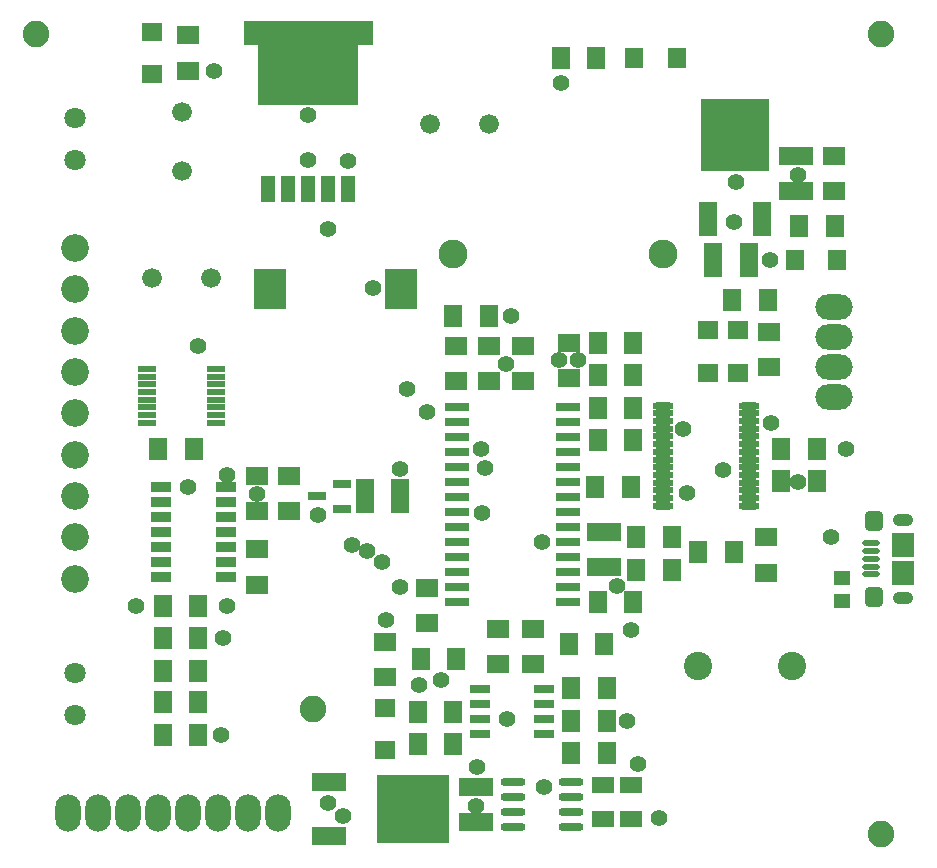
<source format=gts>
G04*
G04 #@! TF.GenerationSoftware,Altium Limited,Altium Designer,21.1.1 (26)*
G04*
G04 Layer_Color=8388736*
%FSLAX25Y25*%
%MOIN*%
G70*
G04*
G04 #@! TF.SameCoordinates,48ED7441-6B8D-405F-B593-7732F9BA20C5*
G04*
G04*
G04 #@! TF.FilePolarity,Negative*
G04*
G01*
G75*
%ADD17R,0.05906X0.02953*%
%ADD18R,0.05512X0.04528*%
%ADD19R,0.06299X0.11811*%
%ADD20R,0.22835X0.24410*%
%ADD21R,0.06102X0.11221*%
%ADD22R,0.06496X0.06890*%
%ADD23R,0.07677X0.06102*%
%ADD24R,0.06102X0.07677*%
%ADD25R,0.11221X0.06102*%
%ADD26O,0.05906X0.02165*%
%ADD27R,0.07677X0.08071*%
G04:AMPARAMS|DCode=28|XSize=68.9mil|YSize=61.02mil|CornerRadius=16.73mil|HoleSize=0mil|Usage=FLASHONLY|Rotation=270.000|XOffset=0mil|YOffset=0mil|HoleType=Round|Shape=RoundedRectangle|*
%AMROUNDEDRECTD28*
21,1,0.06890,0.02756,0,0,270.0*
21,1,0.03543,0.06102,0,0,270.0*
1,1,0.03347,-0.01378,-0.01772*
1,1,0.03347,-0.01378,0.01772*
1,1,0.03347,0.01378,0.01772*
1,1,0.03347,0.01378,-0.01772*
%
%ADD28ROUNDEDRECTD28*%
%ADD29R,0.04606X0.09095*%
%ADD30R,0.33386X0.28110*%
%ADD31R,0.05453X0.08110*%
%ADD32R,0.07874X0.03150*%
%ADD33R,0.07677X0.05709*%
%ADD34R,0.24410X0.22835*%
%ADD35R,0.11811X0.06299*%
%ADD36O,0.08386X0.02677*%
%ADD37R,0.06890X0.06496*%
%ADD38O,0.07087X0.02362*%
%ADD39R,0.06594X0.03150*%
%ADD40R,0.10827X0.13189*%
%ADD41R,0.06693X0.03347*%
%ADD42R,0.06398X0.02362*%
%ADD43C,0.08858*%
%ADD44O,0.12402X0.08465*%
%ADD45C,0.07087*%
%ADD46C,0.09449*%
%ADD47O,0.06890X0.04134*%
%ADD48C,0.06591*%
%ADD49C,0.09252*%
%ADD50O,0.08465X0.12402*%
%ADD51C,0.09646*%
%ADD52C,0.05591*%
D17*
X309587Y291575D02*
D03*
Y299843D02*
D03*
X301319Y295709D02*
D03*
D18*
X476378Y268504D02*
D03*
Y260630D02*
D03*
D19*
X449547Y388228D02*
D03*
X431555D02*
D03*
D20*
X440551Y416142D02*
D03*
D21*
X445217Y374449D02*
D03*
X433405D02*
D03*
X317264Y295709D02*
D03*
X329075D02*
D03*
D22*
X474744Y374449D02*
D03*
X460571D02*
D03*
X421201Y441772D02*
D03*
X407028D02*
D03*
D23*
X385177Y335079D02*
D03*
Y346890D02*
D03*
X370079Y345905D02*
D03*
Y334095D02*
D03*
X473563Y409094D02*
D03*
Y397284D02*
D03*
X347776Y334095D02*
D03*
Y345905D02*
D03*
X358602Y334095D02*
D03*
Y345905D02*
D03*
X451122Y281929D02*
D03*
Y270118D02*
D03*
X451909Y338622D02*
D03*
Y350433D02*
D03*
X337933Y265197D02*
D03*
Y253386D02*
D03*
X373366Y251417D02*
D03*
Y239606D02*
D03*
X361555Y251417D02*
D03*
Y239606D02*
D03*
X324016Y235433D02*
D03*
Y247244D02*
D03*
X258209Y449252D02*
D03*
Y437441D02*
D03*
X281437Y290591D02*
D03*
Y302402D02*
D03*
Y266181D02*
D03*
Y277992D02*
D03*
X292067Y290591D02*
D03*
Y302402D02*
D03*
D24*
X456043Y311457D02*
D03*
X467854D02*
D03*
X428484Y277008D02*
D03*
X440295D02*
D03*
X419626Y281929D02*
D03*
X407815D02*
D03*
X394035Y298661D02*
D03*
X405847D02*
D03*
X382618Y441772D02*
D03*
X394429D02*
D03*
X473957Y385866D02*
D03*
X462146D02*
D03*
X397972Y210079D02*
D03*
X386161D02*
D03*
X358602Y355748D02*
D03*
X346791D02*
D03*
X456043Y300630D02*
D03*
X467854D02*
D03*
X406831Y336063D02*
D03*
X395020D02*
D03*
X406831Y325236D02*
D03*
X395020D02*
D03*
Y260276D02*
D03*
X406831D02*
D03*
X407815Y271102D02*
D03*
X419626D02*
D03*
X439705Y361063D02*
D03*
X451516D02*
D03*
X406831Y346890D02*
D03*
X395020D02*
D03*
X406831Y314409D02*
D03*
X395020D02*
D03*
X346791Y213032D02*
D03*
X334980D02*
D03*
Y223858D02*
D03*
X346791D02*
D03*
X397972Y231732D02*
D03*
X386161D02*
D03*
X397972Y220905D02*
D03*
X386161D02*
D03*
X347776Y241575D02*
D03*
X335965D02*
D03*
X385177Y246496D02*
D03*
X396988D02*
D03*
X261752Y226972D02*
D03*
X249941D02*
D03*
Y259095D02*
D03*
X261752D02*
D03*
X249941Y248304D02*
D03*
X261752D02*
D03*
Y216181D02*
D03*
X249941D02*
D03*
Y237513D02*
D03*
X261752D02*
D03*
X260177Y311457D02*
D03*
X248366D02*
D03*
D25*
X396988Y283898D02*
D03*
Y272087D02*
D03*
X460965Y409094D02*
D03*
Y397284D02*
D03*
X354272Y198858D02*
D03*
Y187047D02*
D03*
D26*
X486122Y277362D02*
D03*
Y279921D02*
D03*
Y269685D02*
D03*
Y272244D02*
D03*
Y274803D02*
D03*
D27*
X496654Y270079D02*
D03*
Y279528D02*
D03*
D28*
X487008Y262205D02*
D03*
Y287402D02*
D03*
D29*
X284980Y398071D02*
D03*
X291673D02*
D03*
X298366D02*
D03*
X305059D02*
D03*
X311752D02*
D03*
D30*
X298366Y440098D02*
D03*
D31*
X317195Y450098D02*
D03*
X279537D02*
D03*
D32*
X348071Y325256D02*
D03*
Y320256D02*
D03*
Y315256D02*
D03*
Y310256D02*
D03*
Y305256D02*
D03*
Y300256D02*
D03*
Y295256D02*
D03*
Y290256D02*
D03*
Y285256D02*
D03*
Y280256D02*
D03*
Y275256D02*
D03*
Y270256D02*
D03*
Y265256D02*
D03*
Y260256D02*
D03*
X384882D02*
D03*
Y265256D02*
D03*
Y270256D02*
D03*
Y275256D02*
D03*
Y280256D02*
D03*
Y285256D02*
D03*
Y290256D02*
D03*
Y295256D02*
D03*
Y300256D02*
D03*
Y305256D02*
D03*
Y310256D02*
D03*
Y315256D02*
D03*
Y320256D02*
D03*
Y325256D02*
D03*
D33*
X405847Y188031D02*
D03*
Y199449D02*
D03*
X396693Y187933D02*
D03*
Y199350D02*
D03*
D34*
X333366Y191378D02*
D03*
D35*
X305453Y200374D02*
D03*
Y182382D02*
D03*
D36*
X386024Y185453D02*
D03*
Y190453D02*
D03*
Y195453D02*
D03*
Y200453D02*
D03*
X366614Y185453D02*
D03*
Y190453D02*
D03*
Y195453D02*
D03*
Y200453D02*
D03*
D37*
X441772Y351024D02*
D03*
Y336850D02*
D03*
X431732Y350925D02*
D03*
Y336752D02*
D03*
X324016Y225197D02*
D03*
Y211024D02*
D03*
X246398Y436260D02*
D03*
Y450433D02*
D03*
D38*
X445217Y292559D02*
D03*
Y295118D02*
D03*
Y297677D02*
D03*
Y300236D02*
D03*
Y302795D02*
D03*
Y305354D02*
D03*
Y307913D02*
D03*
Y310472D02*
D03*
Y313032D02*
D03*
Y315591D02*
D03*
Y318150D02*
D03*
Y320709D02*
D03*
Y323268D02*
D03*
Y325827D02*
D03*
X416673Y292559D02*
D03*
Y295118D02*
D03*
Y297677D02*
D03*
Y300236D02*
D03*
Y302795D02*
D03*
Y305354D02*
D03*
Y307913D02*
D03*
Y310472D02*
D03*
Y313032D02*
D03*
Y315591D02*
D03*
Y318150D02*
D03*
Y320709D02*
D03*
Y323268D02*
D03*
Y325827D02*
D03*
D39*
X377153Y216358D02*
D03*
Y221358D02*
D03*
Y226358D02*
D03*
Y231358D02*
D03*
X355799D02*
D03*
Y226358D02*
D03*
Y221358D02*
D03*
Y216358D02*
D03*
D40*
X329272Y364606D02*
D03*
X285571D02*
D03*
D41*
X249449Y268898D02*
D03*
Y273898D02*
D03*
Y278898D02*
D03*
Y283898D02*
D03*
Y288898D02*
D03*
Y293898D02*
D03*
Y298898D02*
D03*
X270905D02*
D03*
Y293898D02*
D03*
Y288898D02*
D03*
Y283898D02*
D03*
Y278898D02*
D03*
Y273898D02*
D03*
Y268898D02*
D03*
D42*
X267807Y320216D02*
D03*
Y322776D02*
D03*
Y325335D02*
D03*
Y327894D02*
D03*
Y330453D02*
D03*
Y333012D02*
D03*
Y335571D02*
D03*
Y338130D02*
D03*
X244673D02*
D03*
Y335571D02*
D03*
Y333012D02*
D03*
Y330453D02*
D03*
Y327894D02*
D03*
Y325335D02*
D03*
Y322776D02*
D03*
Y320216D02*
D03*
D43*
X300000Y224803D02*
D03*
X489370Y449606D02*
D03*
X207538D02*
D03*
X489370Y183071D02*
D03*
D44*
X473563Y348740D02*
D03*
Y328740D02*
D03*
Y358740D02*
D03*
Y338740D02*
D03*
D45*
X220807Y222874D02*
D03*
Y236653D02*
D03*
Y421693D02*
D03*
Y407913D02*
D03*
D46*
X428484Y239213D02*
D03*
X459587D02*
D03*
D47*
X496654Y261811D02*
D03*
Y287795D02*
D03*
D48*
X358602Y419724D02*
D03*
X338917D02*
D03*
X246398Y368543D02*
D03*
X266083D02*
D03*
X256240Y423661D02*
D03*
Y403976D02*
D03*
D49*
X220807Y378386D02*
D03*
Y364606D02*
D03*
Y350827D02*
D03*
Y337047D02*
D03*
Y323268D02*
D03*
Y309488D02*
D03*
Y295709D02*
D03*
Y281929D02*
D03*
Y268150D02*
D03*
D50*
X268209Y190197D02*
D03*
X258209D02*
D03*
X248209D02*
D03*
X228209D02*
D03*
X288209D02*
D03*
X218209D02*
D03*
X238209D02*
D03*
X278209D02*
D03*
D51*
X346791Y376417D02*
D03*
X416516D02*
D03*
D52*
X381890Y340945D02*
D03*
X388189D02*
D03*
X301575Y289370D02*
D03*
X472815Y281929D02*
D03*
X298425Y422835D02*
D03*
X423228Y318110D02*
D03*
X366142Y355906D02*
D03*
X364173Y339764D02*
D03*
X440945Y400394D02*
D03*
X452362Y374410D02*
D03*
X461811Y300394D02*
D03*
X342520Y234252D02*
D03*
X329134Y265354D02*
D03*
X405905Y251181D02*
D03*
X377165Y198819D02*
D03*
X408194Y206299D02*
D03*
X354724Y205512D02*
D03*
X309842Y188976D02*
D03*
X269291Y216142D02*
D03*
X240945Y259055D02*
D03*
X320079Y364961D02*
D03*
X305118Y384646D02*
D03*
X271260Y259055D02*
D03*
X261811Y345669D02*
D03*
X364567Y221260D02*
D03*
X324410Y254331D02*
D03*
X335433Y232677D02*
D03*
X404557Y220866D02*
D03*
X281496Y296346D02*
D03*
X356299Y290158D02*
D03*
X401181Y265748D02*
D03*
X376378Y280315D02*
D03*
X424803Y296850D02*
D03*
X436614Y304331D02*
D03*
X452822Y320092D02*
D03*
X461811Y402756D02*
D03*
X440295Y387039D02*
D03*
X477559Y311417D02*
D03*
X415354Y188583D02*
D03*
X354331Y192520D02*
D03*
X305118Y193307D02*
D03*
X270079Y248425D02*
D03*
X258268Y298819D02*
D03*
X271260Y302756D02*
D03*
X382677Y433465D02*
D03*
X311811Y407480D02*
D03*
X298425Y407874D02*
D03*
X266929Y437402D02*
D03*
X357421Y305157D02*
D03*
X355847Y311457D02*
D03*
X338162Y323694D02*
D03*
X318088Y277481D02*
D03*
X323169Y273661D02*
D03*
X329047Y304758D02*
D03*
X331437Y331535D02*
D03*
X312933Y279398D02*
D03*
M02*

</source>
